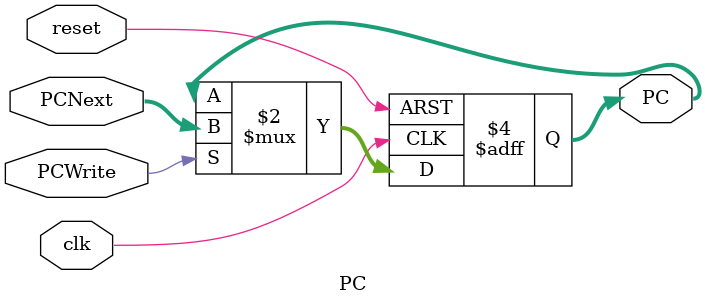
<source format=v>
module PC(
    input         clk,
    input         reset,
    input         PCWrite,
    input  [31:0] PCNext,
    output reg [31:0] PC
);

    always @(posedge clk or posedge reset) begin
        if (reset)
            PC <= 32'b0;
        else if (PCWrite)
            PC <= PCNext;
    end

endmodule

</source>
